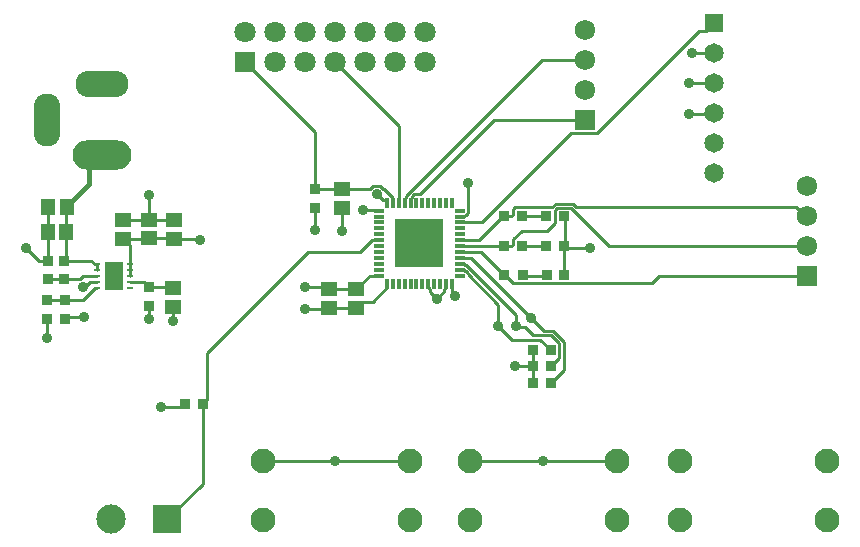
<source format=gtl>
G04*
G04 #@! TF.GenerationSoftware,Altium Limited,Altium Designer,24.10.1 (45)*
G04*
G04 Layer_Physical_Order=1*
G04 Layer_Color=255*
%FSLAX44Y44*%
%MOMM*%
G71*
G04*
G04 #@! TF.SameCoordinates,AA472AB2-6637-4989-BC3C-C099BA8EEFD1*
G04*
G04*
G04 #@! TF.FilePolarity,Positive*
G04*
G01*
G75*
%ADD15R,0.9500X0.9000*%
%ADD16R,1.3000X1.4500*%
%ADD17R,1.4500X1.3000*%
%ADD18R,0.9000X0.9500*%
%ADD19R,0.9500X0.9500*%
G04:AMPARAMS|DCode=21|XSize=0.88mm|YSize=0.26mm|CornerRadius=0.0325mm|HoleSize=0mm|Usage=FLASHONLY|Rotation=180.000|XOffset=0mm|YOffset=0mm|HoleType=Round|Shape=RoundedRectangle|*
%AMROUNDEDRECTD21*
21,1,0.8800,0.1950,0,0,180.0*
21,1,0.8150,0.2600,0,0,180.0*
1,1,0.0650,-0.4075,0.0975*
1,1,0.0650,0.4075,0.0975*
1,1,0.0650,0.4075,-0.0975*
1,1,0.0650,-0.4075,-0.0975*
%
%ADD21ROUNDEDRECTD21*%
G04:AMPARAMS|DCode=22|XSize=0.26mm|YSize=0.88mm|CornerRadius=0.0325mm|HoleSize=0mm|Usage=FLASHONLY|Rotation=180.000|XOffset=0mm|YOffset=0mm|HoleType=Round|Shape=RoundedRectangle|*
%AMROUNDEDRECTD22*
21,1,0.2600,0.8150,0,0,180.0*
21,1,0.1950,0.8800,0,0,180.0*
1,1,0.0650,-0.0975,0.4075*
1,1,0.0650,0.0975,0.4075*
1,1,0.0650,0.0975,-0.4075*
1,1,0.0650,-0.0975,-0.4075*
%
%ADD22ROUNDEDRECTD22*%
%ADD46R,4.1000X4.1000*%
%ADD47R,1.6500X2.4000*%
%ADD48O,0.6000X0.2400*%
%ADD49C,0.2286*%
%ADD50C,0.3810*%
%ADD51C,1.7250*%
%ADD52R,1.7250X1.7250*%
%ADD53R,1.6500X1.6500*%
%ADD54C,1.6500*%
%ADD55C,2.4750*%
%ADD56R,2.4750X2.4750*%
%ADD57C,0.3000*%
%ADD58R,1.8000X1.8000*%
%ADD59C,1.8000*%
%ADD60O,2.2500X4.5000*%
%ADD61O,4.5000X2.2500*%
%ADD62O,5.0000X2.5000*%
%ADD63C,2.1000*%
%ADD64C,0.8890*%
D15*
X202060Y157480D02*
D03*
X186560D02*
D03*
X481200Y175260D02*
D03*
X496700D02*
D03*
X481200Y189230D02*
D03*
X496700D02*
D03*
X481200Y203200D02*
D03*
X496700D02*
D03*
X457200Y266700D02*
D03*
X472700D02*
D03*
X456610Y291424D02*
D03*
X472110D02*
D03*
X456610Y316824D02*
D03*
X472110D02*
D03*
D16*
X70740Y323850D02*
D03*
X86740D02*
D03*
X86520Y302620D02*
D03*
X70520D02*
D03*
D17*
X177580Y297160D02*
D03*
Y313160D02*
D03*
X331767Y238610D02*
D03*
Y254610D02*
D03*
X320040Y339470D02*
D03*
Y323470D02*
D03*
X308907Y238610D02*
D03*
Y254610D02*
D03*
X176500Y239500D02*
D03*
Y255500D02*
D03*
X134400Y297160D02*
D03*
Y313160D02*
D03*
X156500Y313500D02*
D03*
Y297500D02*
D03*
D18*
X70900Y278620D02*
D03*
Y263120D02*
D03*
X297180Y339220D02*
D03*
Y323720D02*
D03*
X84870Y278620D02*
D03*
Y263120D02*
D03*
X85090Y229540D02*
D03*
Y245040D02*
D03*
X156500Y256000D02*
D03*
Y240500D02*
D03*
X70090Y245040D02*
D03*
Y229540D02*
D03*
D19*
X492880Y316230D02*
D03*
X507880D02*
D03*
X493010Y266700D02*
D03*
X508010D02*
D03*
X492420Y291424D02*
D03*
X507420D02*
D03*
D21*
X351030Y266080D02*
D03*
Y271080D02*
D03*
Y276080D02*
D03*
Y281080D02*
D03*
Y286080D02*
D03*
Y291080D02*
D03*
Y296080D02*
D03*
Y301080D02*
D03*
Y306080D02*
D03*
Y311080D02*
D03*
Y316080D02*
D03*
Y321080D02*
D03*
X419730D02*
D03*
Y316080D02*
D03*
Y311080D02*
D03*
Y306080D02*
D03*
Y301080D02*
D03*
Y296080D02*
D03*
Y291080D02*
D03*
Y286080D02*
D03*
Y281080D02*
D03*
Y276080D02*
D03*
Y271080D02*
D03*
Y266080D02*
D03*
D22*
X412880Y259230D02*
D03*
X407880D02*
D03*
X402880D02*
D03*
X397880D02*
D03*
X392880D02*
D03*
X387880D02*
D03*
X382880D02*
D03*
X377880D02*
D03*
X372880D02*
D03*
X367880D02*
D03*
X362880D02*
D03*
X357880D02*
D03*
Y327930D02*
D03*
X362880D02*
D03*
X367880D02*
D03*
X372880D02*
D03*
X377880D02*
D03*
X382880D02*
D03*
X387880D02*
D03*
X392880D02*
D03*
X397880D02*
D03*
X402880D02*
D03*
X407880D02*
D03*
X412880D02*
D03*
D46*
X385380Y293580D02*
D03*
D47*
X126500Y265500D02*
D03*
D48*
X112500Y275500D02*
D03*
Y270500D02*
D03*
Y265500D02*
D03*
Y260500D02*
D03*
Y255500D02*
D03*
X140500D02*
D03*
Y260500D02*
D03*
Y265500D02*
D03*
Y270500D02*
D03*
Y275500D02*
D03*
D49*
X588382Y265430D02*
X713740D01*
X582489Y259537D02*
X588382Y265430D01*
X464613Y259537D02*
X582489D01*
X457450Y266700D02*
X464613Y259537D01*
X457200Y266700D02*
X457450D01*
X546193Y290830D02*
X713740D01*
X502131Y323393D02*
X513629D01*
X500043Y321306D02*
X502131Y323393D01*
X500043Y310480D02*
Y321306D01*
X493601Y304039D02*
X500043Y310480D01*
X472063Y304039D02*
X493601D01*
X464947Y292763D02*
Y296923D01*
X472063Y304039D01*
X463608Y291424D02*
X464947Y292763D01*
X515102Y326949D02*
X518315Y323737D01*
X497445D02*
X500658Y326949D01*
X466361Y323737D02*
X497445D01*
X500658Y326949D02*
X515102D01*
X456610Y291424D02*
X463608D01*
X518315Y323737D02*
X704200D01*
X513629Y323393D02*
X546193Y290830D01*
X711707Y316230D02*
X713740D01*
X704200Y323737D02*
X711707Y316230D01*
X464947Y322323D02*
X466361Y323737D01*
X464947Y318163D02*
Y322323D01*
X463608Y316824D02*
X464947Y318163D01*
X456610Y316824D02*
X463608D01*
X463719Y211921D02*
X487729D01*
X496450Y203200D01*
X496700D01*
X481586Y215477D02*
X497086D01*
X503863Y208699D01*
X496700Y189230D02*
X496950D01*
X490897Y219033D02*
X498559D01*
X507419Y210172D01*
X503863Y196143D02*
Y208699D01*
X496950Y175260D02*
X507419Y185729D01*
X452120Y223520D02*
X463719Y211921D01*
X480060Y229870D02*
X490897Y219033D01*
X496950Y189230D02*
X503863Y196143D01*
X474806Y222256D02*
X481586Y215477D01*
X507419Y185729D02*
Y210172D01*
X468624Y222256D02*
X474806D01*
X467360Y223520D02*
X468624Y222256D01*
X496700Y175260D02*
X496950D01*
X452120Y223520D02*
Y241478D01*
X426543Y267055D02*
Y268189D01*
Y267055D02*
X452120Y241478D01*
X424939Y269793D02*
X426543Y268189D01*
X419730Y271080D02*
X422830D01*
X424968Y274793D02*
X430099Y269662D01*
X424117Y274793D02*
X424968D01*
X422987Y275923D02*
X424117Y274793D01*
X419730Y276080D02*
X419887Y275923D01*
X422987D01*
X422830Y271080D02*
X424117Y269793D01*
X430099Y269633D02*
Y269662D01*
Y269633D02*
X467360Y232372D01*
X424117Y269793D02*
X424939D01*
X467360Y223520D02*
Y232372D01*
X419730Y281080D02*
X428850D01*
X480060Y229870D01*
X171960Y59690D02*
X202060Y89790D01*
Y157480D01*
X184020Y154940D02*
X186560Y157480D01*
X166370Y154940D02*
X184020D01*
X205667Y160837D02*
Y200587D01*
X290830Y285750D02*
X335280D01*
X205667Y200587D02*
X290830Y285750D01*
X345453Y295923D02*
X350873D01*
X351030Y296080D01*
X335280Y285750D02*
X345453Y295923D01*
X202060Y157480D02*
X202310D01*
X205667Y160837D01*
X435616Y296080D02*
X456360Y316824D01*
X412880Y251339D02*
Y259230D01*
Y251339D02*
X415590Y248629D01*
X508690Y291424D02*
Y316824D01*
X507420Y267290D02*
X508010Y266700D01*
X507420Y267290D02*
Y291424D01*
X509284Y289560D01*
X529590D01*
X252760Y109190D02*
X313978D01*
X252730Y109220D02*
X252760Y109190D01*
X313978D02*
X314008Y109160D01*
X314038Y109190D02*
X377700D01*
X377730Y109220D01*
X314008Y109160D02*
X314038Y109190D01*
X427990Y109220D02*
X490220D01*
X552990D01*
X466090Y189230D02*
X481200D01*
Y175260D02*
Y189230D01*
Y203200D01*
X392880Y256130D02*
X394167Y254843D01*
Y252263D02*
X400050Y246380D01*
X392880Y256130D02*
Y259230D01*
X394167Y252263D02*
Y254843D01*
X406593Y252923D02*
Y254843D01*
X407880Y256130D02*
Y259230D01*
X406593Y254843D02*
X407880Y256130D01*
X400050Y246380D02*
X406593Y252923D01*
X237490Y447040D02*
X297180Y387350D01*
Y339220D02*
Y387350D01*
X614045Y403225D02*
X634365D01*
X635000Y403860D01*
X613410Y402590D02*
X614045Y403225D01*
X350915Y321195D02*
X351030Y321080D01*
X337935Y321195D02*
X350915D01*
X337820Y321310D02*
X337935Y321195D01*
X613474Y429508D02*
X613598Y429384D01*
X634876D02*
X635000Y429260D01*
X613598Y429384D02*
X634876D01*
X349250Y335280D02*
X349250D01*
X346409Y342138D02*
X352091D01*
X354586Y329944D02*
X357723D01*
X349250Y335280D02*
X354586Y329944D01*
X320040Y339470D02*
X343741D01*
X354759D02*
X355262D01*
X352091Y342138D02*
X354759Y339470D01*
X343741D02*
X346409Y342138D01*
X357880Y327930D02*
Y329787D01*
X357723Y329944D02*
X357880Y329787D01*
X437570Y286080D02*
X456950Y266700D01*
X419730Y286080D02*
X437570D01*
X456950Y266700D02*
X457200D01*
X627893Y472953D02*
X635000Y480060D01*
X621885Y472953D02*
X627893D01*
X535405Y386472D02*
X621885Y472953D01*
X513596Y386472D02*
X535405D01*
X438204Y311080D02*
X513596Y386472D01*
X419730Y311080D02*
X438204D01*
X615950Y454660D02*
X635000D01*
X422830Y316080D02*
X424117Y317367D01*
X424939D01*
X426720Y319148D01*
Y344170D01*
X419730Y316080D02*
X422830D01*
X385543Y334743D02*
X448310Y397510D01*
X379167Y333139D02*
X380771Y334743D01*
X377880Y331030D02*
X379167Y332317D01*
X377880Y327930D02*
Y331030D01*
X374167Y332317D02*
Y333168D01*
X372880Y327930D02*
X373037Y328087D01*
X379167Y332317D02*
Y333139D01*
X379298Y338299D02*
X379327D01*
X448310Y397510D02*
X525780D01*
X374167Y333168D02*
X379298Y338299D01*
X379327D02*
X489338Y448310D01*
X373037Y331187D02*
X374167Y332317D01*
X380771Y334743D02*
X385543D01*
X373037Y328087D02*
Y331187D01*
X489338Y448310D02*
X525780D01*
X367880Y327930D02*
Y392850D01*
X313690Y447040D02*
X367880Y392850D01*
X355262Y339470D02*
X362723Y332009D01*
Y328087D02*
X362880Y327930D01*
X362723Y328087D02*
Y332009D01*
X297180Y339220D02*
X297430Y339470D01*
X320040D01*
X297180Y304800D02*
Y323720D01*
X320040Y303530D02*
Y323470D01*
X288290Y237490D02*
X307787D01*
X308907Y238610D01*
X331767D01*
X345717Y243967D02*
X357880Y256130D01*
X331767Y238610D02*
X337124Y243967D01*
X357880Y256130D02*
Y259230D01*
X337124Y243967D02*
X345717D01*
X288290Y256540D02*
X306977D01*
X308907Y254610D01*
X331767D01*
X337874Y260717D02*
X343237Y266080D01*
X332517Y254610D02*
X337874Y259967D01*
X343237Y266080D02*
X351030D01*
X337874Y259967D02*
Y260717D01*
X331767Y254610D02*
X332517D01*
X52070Y289560D02*
X63010Y278620D01*
X70900D01*
X70520Y302620D02*
X70900Y302240D01*
Y278620D02*
Y302240D01*
X70520Y302620D02*
X70740Y302840D01*
Y323850D01*
X85090Y229540D02*
X86690Y231140D01*
X101600D01*
X69850Y213360D02*
Y229300D01*
X70090Y229540D01*
X102111Y256540D02*
X106071Y260500D01*
X112500D01*
X100330Y256540D02*
X102111D01*
X140500Y270500D02*
Y275500D01*
Y265500D02*
Y270500D01*
X156210Y313790D02*
Y334010D01*
Y313790D02*
X156500Y313500D01*
X177240D02*
X177580Y313160D01*
X156500Y313500D02*
X177240D01*
X156160Y313160D02*
X156500Y313500D01*
X134400Y313160D02*
X156160D01*
X198140Y297160D02*
X199390Y295910D01*
X177580Y297160D02*
X198140D01*
X177240Y297500D02*
X177580Y297160D01*
X156500Y297500D02*
X177240D01*
X135143Y297160D02*
X156160D01*
X134400D02*
X135143D01*
X156160D02*
X156500Y297500D01*
X135143Y297160D02*
X140500Y291803D01*
Y275500D02*
Y291803D01*
X70090Y245040D02*
X85090D01*
X100240D01*
X110700Y255500D02*
X112500D01*
X100240Y245040D02*
X110700Y255500D01*
X70900Y263120D02*
X84870D01*
X100638Y265500D02*
X112500D01*
X84870Y263120D02*
X98258D01*
X100638Y265500D01*
X112500Y270500D02*
Y275500D01*
X107549Y278620D02*
X110669Y275500D01*
X84870Y278620D02*
X107549D01*
X110669Y275500D02*
X112500D01*
X86520Y302620D02*
Y324380D01*
X84870Y278620D02*
X86520Y280270D01*
Y302620D01*
X472440Y266120D02*
X492750D01*
X472110Y291424D02*
X492420D01*
X419730Y291080D02*
X437815D01*
X419730Y296080D02*
X435616D01*
X456360Y316824D02*
X456610D01*
X472110D02*
X492420D01*
X437815Y291080D02*
X438158Y291424D01*
X456610D01*
X176500Y227960D02*
Y239500D01*
X156500Y228960D02*
Y240500D01*
X605390Y58820D02*
X605790Y59220D01*
X552990D02*
X553390Y58820D01*
X427590D02*
X427990Y59220D01*
X377730D02*
X378130Y58820D01*
X116720Y428000D02*
X116720Y428000D01*
X156500Y256000D02*
X176000D01*
X176500Y255500D01*
X152250Y260500D02*
X156500Y256250D01*
X140500Y260500D02*
X152250D01*
X156500Y256000D02*
Y256250D01*
D50*
X105363Y357508D02*
X115856Y368000D01*
X86520Y324380D02*
X105363Y343223D01*
X115856Y368000D02*
X116720D01*
X105363Y343223D02*
Y357508D01*
D51*
X713740Y341630D02*
D03*
Y316230D02*
D03*
Y290830D02*
D03*
X525780Y473710D02*
D03*
Y448310D02*
D03*
Y422910D02*
D03*
D52*
X713740Y265430D02*
D03*
X525780Y397510D02*
D03*
D53*
X635000Y480060D02*
D03*
D54*
Y454660D02*
D03*
Y429260D02*
D03*
Y403860D02*
D03*
Y378460D02*
D03*
Y353060D02*
D03*
D55*
X124460Y59690D02*
D03*
D56*
X171960D02*
D03*
D57*
X403380Y300430D02*
D03*
Y286730D02*
D03*
X367380Y300430D02*
D03*
Y286730D02*
D03*
X392230Y311580D02*
D03*
X378530D02*
D03*
X392230Y275580D02*
D03*
X378530D02*
D03*
X392230Y286730D02*
D03*
Y300430D02*
D03*
X378530D02*
D03*
Y286730D02*
D03*
X120750Y265500D02*
D03*
X126500Y275000D02*
D03*
Y256000D02*
D03*
X132250Y265500D02*
D03*
D58*
X237490Y447040D02*
D03*
D59*
Y472440D02*
D03*
X262890Y447040D02*
D03*
Y472440D02*
D03*
X288290Y447040D02*
D03*
Y472440D02*
D03*
X313690Y447040D02*
D03*
Y472440D02*
D03*
X339090Y447040D02*
D03*
Y472440D02*
D03*
X364490Y447040D02*
D03*
Y472440D02*
D03*
X389890Y447040D02*
D03*
Y472440D02*
D03*
D60*
X69720Y398000D02*
D03*
D61*
X116720Y428000D02*
D03*
D62*
Y368000D02*
D03*
D63*
X730790Y59220D02*
D03*
X605790D02*
D03*
X730790Y109220D02*
D03*
X605790D02*
D03*
X552990Y59220D02*
D03*
X427990D02*
D03*
X552990Y109220D02*
D03*
X427990D02*
D03*
X377730Y59220D02*
D03*
X252730D02*
D03*
X377730Y109220D02*
D03*
X252730D02*
D03*
D64*
X452120Y223520D02*
D03*
X467360D02*
D03*
X480060Y229870D02*
D03*
X166370Y154940D02*
D03*
X415590Y248629D02*
D03*
X529590Y289560D02*
D03*
X314008Y109160D02*
D03*
X490220Y109220D02*
D03*
X466090Y189230D02*
D03*
X400050Y246380D02*
D03*
X613410Y402590D02*
D03*
X337820Y321310D02*
D03*
X613474Y429508D02*
D03*
X349250Y335280D02*
D03*
X615950Y454660D02*
D03*
X426720Y344170D02*
D03*
X297180Y304800D02*
D03*
X320040Y303530D02*
D03*
X288290Y237490D02*
D03*
Y256540D02*
D03*
X52070Y289560D02*
D03*
X101600Y231140D02*
D03*
X69850Y213360D02*
D03*
X100330Y256540D02*
D03*
X156210Y334010D02*
D03*
X199390Y295910D02*
D03*
X176500Y227960D02*
D03*
X156500Y228960D02*
D03*
M02*

</source>
